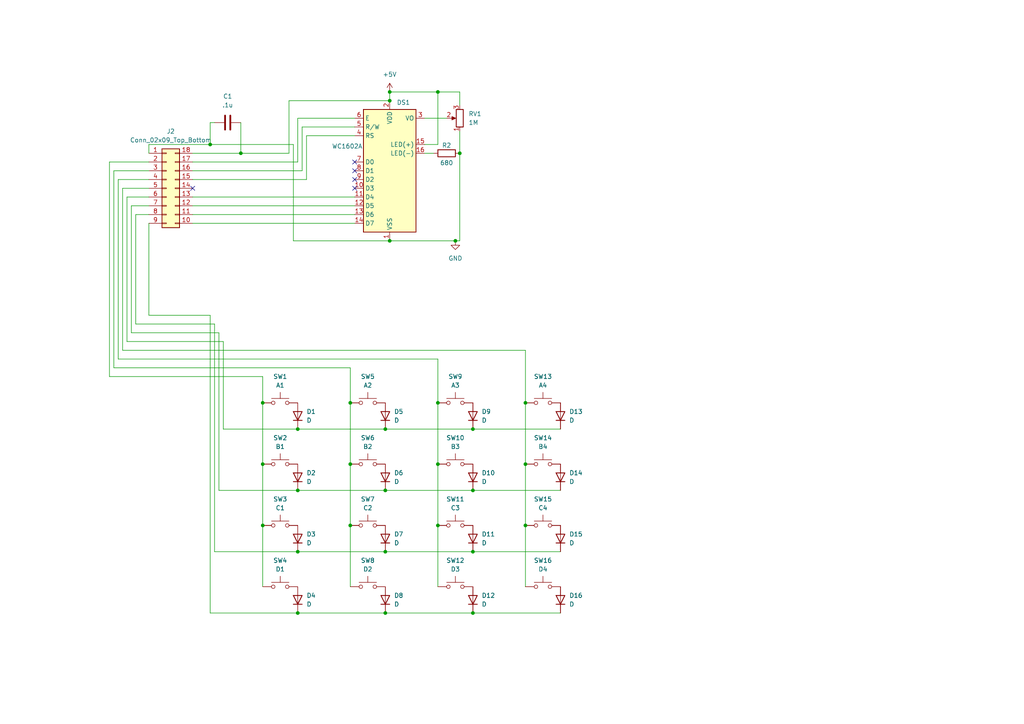
<source format=kicad_sch>
(kicad_sch (version 20250114) (generator "eeschema") (generator_version "9.0")
  (paper "A4")
  (lib_symbols
    (symbol "Connector_Generic:Conn_02x09_Counter_Clockwise" (pin_names (offset 1.016) (hide yes))
      (property "Reference" "J" (at 1.27 12.7 0))
      (property "Value" "Conn_02x09_Counter_Clockwise" (at 1.27 -12.7 0))
      (symbol "Conn_02x09_Counter_Clockwise_1_1"
        (rectangle (start -1.27 11.43) (end 3.81 -11.43) (stroke (width 0.254)) (fill (type background)))
        (rectangle (start -1.27 10.287) (end 0 10.033) (stroke (width 0.1524)))
        (rectangle (start -1.27 7.747) (end 0 7.493) (stroke (width 0.1524)))
        (rectangle (start -1.27 5.207) (end 0 4.953) (stroke (width 0.1524)))
        (rectangle (start -1.27 2.667) (end 0 2.413) (stroke (width 0.1524)))
        (rectangle (start -1.27 0.127) (end 0 -0.127) (stroke (width 0.1524)))
        (rectangle (start -1.27 -2.413) (end 0 -2.667) (stroke (width 0.1524)))
        (rectangle (start -1.27 -4.953) (end 0 -5.207) (stroke (width 0.1524)))
        (rectangle (start -1.27 -7.493) (end 0 -7.747) (stroke (width 0.1524)))
        (rectangle (start -1.27 -10.033) (end 0 -10.287) (stroke (width 0.1524)))
        (rectangle (start 3.81 10.287) (end 2.54 10.033) (stroke (width 0.1524)))
        (rectangle (start 3.81 7.747) (end 2.54 7.493) (stroke (width 0.1524)))
        (rectangle (start 3.81 5.207) (end 2.54 4.953) (stroke (width 0.1524)))
        (rectangle (start 3.81 2.667) (end 2.54 2.413) (stroke (width 0.1524)))
        (rectangle (start 3.81 0.127) (end 2.54 -0.127) (stroke (width 0.1524)))
        (rectangle (start 3.81 -2.413) (end 2.54 -2.667) (stroke (width 0.1524)))
        (rectangle (start 3.81 -4.953) (end 2.54 -5.207) (stroke (width 0.1524)))
        (rectangle (start 3.81 -7.493) (end 2.54 -7.747) (stroke (width 0.1524)))
        (rectangle (start 3.81 -10.033) (end 2.54 -10.287) (stroke (width 0.1524)))
        (pin passive line (at -5.08 10.16 0) (length 3.81) (name "Pin_1") (number "1"))
        (pin passive line (at -5.08 7.62 0) (length 3.81) (name "Pin_2") (number "2"))
        (pin passive line (at -5.08 5.08 0) (length 3.81) (name "Pin_3") (number "3"))
        (pin passive line (at -5.08 2.54 0) (length 3.81) (name "Pin_4") (number "4"))
        (pin passive line (at -5.08 0 0) (length 3.81) (name "Pin_5") (number "5"))
        (pin passive line (at -5.08 -2.54 0) (length 3.81) (name "Pin_6") (number "6"))
        (pin passive line (at -5.08 -5.08 0) (length 3.81) (name "Pin_7") (number "7"))
        (pin passive line (at -5.08 -7.62 0) (length 3.81) (name "Pin_8") (number "8"))
        (pin passive line (at -5.08 -10.16 0) (length 3.81) (name "Pin_9") (number "9"))
        (pin passive line (at 7.62 10.16 180) (length 3.81) (name "Pin_18") (number "18"))
        (pin passive line (at 7.62 7.62 180) (length 3.81) (name "Pin_17") (number "17"))
        (pin passive line (at 7.62 5.08 180) (length 3.81) (name "Pin_16") (number "16"))
        (pin passive line (at 7.62 2.54 180) (length 3.81) (name "Pin_15") (number "15"))
        (pin passive line (at 7.62 0 180) (length 3.81) (name "Pin_14") (number "14"))
        (pin passive line (at 7.62 -2.54 180) (length 3.81) (name "Pin_13") (number "13"))
        (pin passive line (at 7.62 -5.08 180) (length 3.81) (name "Pin_12") (number "12"))
        (pin passive line (at 7.62 -7.62 180) (length 3.81) (name "Pin_11") (number "11"))
        (pin passive line (at 7.62 -10.16 180) (length 3.81) (name "Pin_10") (number "10"))
      )
    )
    (symbol "Device:C" (pin_numbers (hide yes)) (pin_names (offset 0.254))
      (property "Reference" "C" (at 0.635 2.54 0))
      (property "Value" "C" (at 0.635 -2.54 0))
      (symbol "C_0_1"
        (polyline (pts (xy -2.032 0.762) (xy 2.032 0.762)) (stroke (width 0.508)))
        (polyline (pts (xy -2.032 -0.762) (xy 2.032 -0.762)) (stroke (width 0.508)))
      )
      (symbol "C_1_1"
        (pin passive line (at 0 3.81 270) (length 2.794) (name "~") (number "1"))
        (pin passive line (at 0 -3.81 90) (length 2.794) (name "~") (number "2"))
      )
    )
    (symbol "Device:D" (pin_numbers (hide yes)) (pin_names (offset 1.016) (hide yes))
      (property "Reference" "D" (at 0 2.54 0))
      (property "Value" "D" (at 0 -2.54 0))
      (symbol "D_0_1"
        (polyline (pts (xy -1.27 1.27) (xy -1.27 -1.27)) (stroke (width 0.254)))
        (polyline (pts (xy 1.27 1.27) (xy 1.27 -1.27) (xy -1.27 0) (xy 1.27 1.27)) (stroke (width 0.254)))
        (polyline (pts (xy 1.27 0) (xy -1.27 0)))
      )
      (symbol "D_1_1"
        (pin passive line (at -3.81 0 0) (length 2.54) (name "K") (number "1"))
        (pin passive line (at 3.81 0 180) (length 2.54) (name "A") (number "2"))
      )
    )
    (symbol "Device:R" (pin_numbers (hide yes)) (pin_names (offset 0))
      (property "Reference" "R" (at 2.032 0 90))
      (property "Value" "R" (at 0 0 90))
      (symbol "R_0_1"
        (rectangle (start -1.016 -2.54) (end 1.016 2.54) (stroke (width 0.254)))
      )
      (symbol "R_1_1"
        (pin passive line (at 0 3.81 270) (length 1.27) (name "~") (number "1"))
        (pin passive line (at 0 -3.81 90) (length 1.27) (name "~") (number "2"))
      )
    )
    (symbol "Device:R_Potentiometer" (pin_names (offset 1.016) (hide yes))
      (property "Reference" "RV" (at -4.445 0 90))
      (property "Value" "R_Potentiometer" (at -2.54 0 90))
      (symbol "R_Potentiometer_0_1"
        (rectangle (start 1.016 2.54) (end -1.016 -2.54) (stroke (width 0.254)))
        (polyline (pts (xy 1.143 0) (xy 2.286 0.508) (xy 2.286 -0.508) (xy 1.143 0)) (fill (type outline)))
        (polyline (pts (xy 2.54 0) (xy 1.524 0)))
      )
      (symbol "R_Potentiometer_1_1"
        (pin passive line (at 0 3.81 270) (length 1.27) (name "1") (number "1"))
        (pin passive line (at 0 -3.81 90) (length 1.27) (name "3") (number "3"))
        (pin passive line (at 3.81 0 180) (length 1.27) (name "2") (number "2"))
      )
    )
    (symbol "Display_Character:WC1602A"
      (property "Reference" "DS" (at -5.842 19.05 0))
      (property "Value" "WC1602A" (at 5.334 19.05 0))
      (symbol "WC1602A_1_1"
        (rectangle (start -7.62 17.78) (end 7.62 -17.78) (stroke (width 0.254)) (fill (type background)))
        (pin input line (at -10.16 15.24 0) (length 2.54) (name "E") (number "6"))
        (pin input line (at -10.16 12.7 0) (length 2.54) (name "R/W") (number "5"))
        (pin input line (at -10.16 10.16 0) (length 2.54) (name "RS") (number "4"))
        (pin input line (at -10.16 2.54 0) (length 2.54) (name "D0") (number "7"))
        (pin input line (at -10.16 0 0) (length 2.54) (name "D1") (number "8"))
        (pin input line (at -10.16 -2.54 0) (length 2.54) (name "D2") (number "9"))
        (pin input line (at -10.16 -5.08 0) (length 2.54) (name "D3") (number "10"))
        (pin input line (at -10.16 -7.62 0) (length 2.54) (name "D4") (number "11"))
        (pin input line (at -10.16 -10.16 0) (length 2.54) (name "D5") (number "12"))
        (pin input line (at -10.16 -12.7 0) (length 2.54) (name "D6") (number "13"))
        (pin input line (at -10.16 -15.24 0) (length 2.54) (name "D7") (number "14"))
        (pin power_in line (at 0 20.32 270) (length 2.54) (name "VDD") (number "2"))
        (pin power_in line (at 0 -20.32 90) (length 2.54) (name "VSS") (number "1"))
        (pin input line (at 10.16 15.24 180) (length 2.54) (name "VO") (number "3"))
        (pin power_in line (at 10.16 7.62 180) (length 2.54) (name "LED(+)") (number "15"))
        (pin power_in line (at 10.16 5.08 180) (length 2.54) (name "LED(-)") (number "16"))
      )
    )
    (symbol "Switch:SW_Push" (pin_numbers (hide yes)) (pin_names (offset 1.016) (hide yes))
      (property "Reference" "SW" (at 1.27 2.54 0))
      (property "Value" "SW_Push" (at 0 -1.524 0))
      (symbol "SW_Push_0_1"
        (circle (center -2.032 0) (radius 0.508))
        (polyline (pts (xy 0 1.27) (xy 0 3.048)))
        (circle (center 2.032 0) (radius 0.508))
        (polyline (pts (xy 2.54 1.27) (xy -2.54 1.27)))
        (pin passive line (at -5.08 0 0) (length 2.54) (name "1") (number "1"))
        (pin passive line (at 5.08 0 180) (length 2.54) (name "2") (number "2"))
      )
    )
    (symbol "power:+5V" (power) (pin_numbers (hide yes)) (pin_names (offset 0) (hide yes))
      (property "Value" "+5V" (at 0 3.556 0))
      (symbol "+5V_0_1"
        (polyline (pts (xy -0.762 1.27) (xy 0 2.54)))
        (polyline (pts (xy 0 2.54) (xy 0.762 1.27)))
        (polyline (pts (xy 0 0) (xy 0 2.54)))
      )
      (symbol "+5V_1_1"
        (pin power_in line (at 0 0 90) (length 0) (name "~") (number "1"))
      )
    )
    (symbol "power:GND" (power) (pin_numbers (hide yes)) (pin_names (offset 0) (hide yes))
      (property "Value" "GND" (at 0 -3.81 0))
      (symbol "GND_0_1"
        (polyline (pts (xy 0 0) (xy 0 -1.27) (xy 1.27 -1.27) (xy 0 -2.54) (xy -1.27 -1.27) (xy 0 -1.27)))
      )
      (symbol "GND_1_1"
        (pin power_in line (at 0 0 270) (length 0) (name "~") (number "1"))
      )
    )
  )
  (junction (at 133.35 44.45))
  (junction (at 127 116.84))
  (junction (at 152.4 152.4))
  (junction (at 60.96 41.91))
  (junction (at 137.16 177.8))
  (junction (at 127 26.67))
  (junction (at 101.6 134.62))
  (junction (at 86.36 124.46))
  (junction (at 86.36 142.24))
  (junction (at 111.76 160.02))
  (junction (at 152.4 116.84))
  (junction (at 86.36 160.02))
  (junction (at 86.36 177.8))
  (junction (at 132.08 69.85))
  (junction (at 76.2 116.84))
  (junction (at 101.6 116.84))
  (junction (at 101.6 152.4))
  (junction (at 111.76 142.24))
  (junction (at 152.4 134.62))
  (junction (at 137.16 124.46))
  (junction (at 127 152.4))
  (junction (at 137.16 160.02))
  (junction (at 76.2 134.62))
  (junction (at 113.03 69.85))
  (junction (at 113.03 29.21))
  (junction (at 76.2 152.4))
  (junction (at 127 134.62))
  (junction (at 137.16 142.24))
  (junction (at 111.76 177.8))
  (junction (at 113.03 26.67))
  (junction (at 111.76 124.46))
  (junction (at 69.85 44.45))
  (no_connect (at 102.87 49.53))
  (no_connect (at 102.87 54.61))
  (no_connect (at 102.87 52.07))
  (no_connect (at 102.87 46.99))
  (no_connect (at 55.88 54.61))
  (wire (pts (xy 102.87 36.83) (xy 87.63 36.83)))
  (wire (pts (xy 38.1 96.52) (xy 63.5 96.52)))
  (wire (pts (xy 33.02 49.53) (xy 43.18 49.53)))
  (wire (pts (xy 33.02 106.68) (xy 33.02 49.53)))
  (wire (pts (xy 64.77 124.46) (xy 86.36 124.46)))
  (wire (pts (xy 31.75 109.22) (xy 31.75 46.99)))
  (wire (pts (xy 35.56 54.61) (xy 43.18 54.61)))
  (wire (pts (xy 123.19 34.29) (xy 129.54 34.29)))
  (wire (pts (xy 101.6 116.84) (xy 101.6 134.62)))
  (wire (pts (xy 87.63 36.83) (xy 87.63 49.53)))
  (wire (pts (xy 86.36 142.24) (xy 63.5 142.24)))
  (wire (pts (xy 111.76 124.46) (xy 137.16 124.46)))
  (wire (pts (xy 60.96 35.56) (xy 60.96 41.91)))
  (wire (pts (xy 34.29 52.07) (xy 43.18 52.07)))
  (wire (pts (xy 36.83 57.15) (xy 43.18 57.15)))
  (wire (pts (xy 113.03 26.67) (xy 113.03 29.21)))
  (wire (pts (xy 76.2 116.84) (xy 76.2 134.62)))
  (wire (pts (xy 127 104.14) (xy 127 116.84)))
  (wire (pts (xy 55.88 44.45) (xy 69.85 44.45)))
  (wire (pts (xy 36.83 99.06) (xy 36.83 57.15)))
  (wire (pts (xy 86.36 177.8) (xy 60.96 177.8)))
  (wire (pts (xy 152.4 152.4) (xy 152.4 170.18)))
  (wire (pts (xy 133.35 26.67) (xy 127 26.67)))
  (wire (pts (xy 31.75 109.22) (xy 76.2 109.22)))
  (wire (pts (xy 64.77 124.46) (xy 64.77 99.06)))
  (wire (pts (xy 85.09 41.91) (xy 85.09 69.85)))
  (wire (pts (xy 60.96 41.91) (xy 85.09 41.91)))
  (wire (pts (xy 63.5 96.52) (xy 63.5 142.24)))
  (wire (pts (xy 127 116.84) (xy 127 134.62)))
  (wire (pts (xy 152.4 116.84) (xy 152.4 134.62)))
  (wire (pts (xy 55.88 64.77) (xy 102.87 64.77)))
  (wire (pts (xy 34.29 104.14) (xy 127 104.14)))
  (wire (pts (xy 137.16 160.02) (xy 111.76 160.02)))
  (wire (pts (xy 62.23 35.56) (xy 60.96 35.56)))
  (wire (pts (xy 152.4 101.6) (xy 152.4 116.84)))
  (wire (pts (xy 123.19 41.91) (xy 127 41.91)))
  (wire (pts (xy 127 134.62) (xy 127 152.4)))
  (wire (pts (xy 102.87 39.37) (xy 88.9 39.37)))
  (wire (pts (xy 34.29 104.14) (xy 34.29 52.07)))
  (wire (pts (xy 127 26.67) (xy 127 41.91)))
  (wire (pts (xy 43.18 41.91) (xy 43.18 44.45)))
  (wire (pts (xy 111.76 177.8) (xy 86.36 177.8)))
  (wire (pts (xy 137.16 142.24) (xy 111.76 142.24)))
  (wire (pts (xy 35.56 101.6) (xy 152.4 101.6)))
  (wire (pts (xy 55.88 59.69) (xy 102.87 59.69)))
  (wire (pts (xy 137.16 177.8) (xy 111.76 177.8)))
  (wire (pts (xy 137.16 124.46) (xy 162.56 124.46)))
  (wire (pts (xy 39.37 93.98) (xy 62.23 93.98)))
  (wire (pts (xy 33.02 106.68) (xy 101.6 106.68)))
  (wire (pts (xy 133.35 38.1) (xy 133.35 44.45)))
  (wire (pts (xy 127 26.67) (xy 113.03 26.67)))
  (wire (pts (xy 133.35 44.45) (xy 133.35 69.85)))
  (wire (pts (xy 86.36 34.29) (xy 102.87 34.29)))
  (wire (pts (xy 55.88 46.99) (xy 86.36 46.99)))
  (wire (pts (xy 162.56 177.8) (xy 137.16 177.8)))
  (wire (pts (xy 123.19 44.45) (xy 125.73 44.45)))
  (wire (pts (xy 76.2 134.62) (xy 76.2 152.4)))
  (wire (pts (xy 86.36 46.99) (xy 86.36 34.29)))
  (wire (pts (xy 38.1 59.69) (xy 43.18 59.69)))
  (wire (pts (xy 101.6 134.62) (xy 101.6 152.4)))
  (wire (pts (xy 87.63 49.53) (xy 55.88 49.53)))
  (wire (pts (xy 69.85 44.45) (xy 83.82 44.45)))
  (wire (pts (xy 60.96 91.44) (xy 60.96 177.8)))
  (wire (pts (xy 55.88 62.23) (xy 102.87 62.23)))
  (wire (pts (xy 101.6 116.84) (xy 101.6 106.68)))
  (wire (pts (xy 152.4 134.62) (xy 152.4 152.4)))
  (wire (pts (xy 31.75 46.99) (xy 43.18 46.99)))
  (wire (pts (xy 76.2 109.22) (xy 76.2 116.84)))
  (wire (pts (xy 38.1 96.52) (xy 38.1 59.69)))
  (wire (pts (xy 133.35 30.48) (xy 133.35 26.67)))
  (wire (pts (xy 132.08 69.85) (xy 113.03 69.85)))
  (wire (pts (xy 43.18 41.91) (xy 60.96 41.91)))
  (wire (pts (xy 127 152.4) (xy 127 170.18)))
  (wire (pts (xy 62.23 93.98) (xy 62.23 160.02)))
  (wire (pts (xy 101.6 152.4) (xy 101.6 170.18)))
  (wire (pts (xy 69.85 35.56) (xy 69.85 44.45)))
  (wire (pts (xy 43.18 64.77) (xy 43.18 91.44)))
  (wire (pts (xy 55.88 57.15) (xy 102.87 57.15)))
  (wire (pts (xy 162.56 160.02) (xy 137.16 160.02)))
  (wire (pts (xy 86.36 160.02) (xy 111.76 160.02)))
  (wire (pts (xy 35.56 101.6) (xy 35.56 54.61)))
  (wire (pts (xy 88.9 39.37) (xy 88.9 52.07)))
  (wire (pts (xy 76.2 152.4) (xy 76.2 170.18)))
  (wire (pts (xy 36.83 99.06) (xy 64.77 99.06)))
  (wire (pts (xy 88.9 52.07) (xy 55.88 52.07)))
  (wire (pts (xy 133.35 69.85) (xy 132.08 69.85)))
  (wire (pts (xy 86.36 124.46) (xy 111.76 124.46)))
  (wire (pts (xy 39.37 93.98) (xy 39.37 62.23)))
  (wire (pts (xy 111.76 142.24) (xy 86.36 142.24)))
  (wire (pts (xy 39.37 62.23) (xy 43.18 62.23)))
  (wire (pts (xy 86.36 160.02) (xy 62.23 160.02)))
  (wire (pts (xy 85.09 69.85) (xy 113.03 69.85)))
  (wire (pts (xy 83.82 44.45) (xy 83.82 29.21)))
  (wire (pts (xy 43.18 91.44) (xy 60.96 91.44)))
  (wire (pts (xy 162.56 142.24) (xy 137.16 142.24)))
  (wire (pts (xy 83.82 29.21) (xy 113.03 29.21)))
  (symbol (lib_id "Switch:SW_Push") (at 157.48 170.18 0) (unit 1)
    (property "Reference" "SW16" (at 157.48 162.56 0))
    (property "Value" "D4" (at 157.48 165.1 0))
    (property "Footprint" "Button_Switch_THT:SW_PUSH-12mm" (effects (hide yes)))
    (property "Description" "Push button switch, generic, two pins" (effects (hide yes)))
  )
  (symbol (lib_id "Switch:SW_Push") (at 132.08 116.84 0) (unit 1)
    (property "Reference" "SW9" (at 132.08 109.22 0))
    (property "Value" "A3" (at 132.08 111.76 0))
    (property "Footprint" "Button_Switch_THT:SW_PUSH-12mm" (effects (hide yes)))
    (property "Description" "Push button switch, generic, two pins" (effects (hide yes)))
  )
  (symbol (lib_id "Device:D") (at 86.36 173.99 90) (unit 1)
    (property "Reference" "D4" (at 88.9 172.7199 90) (effects (justify right)))
    (property "Value" "D" (at 88.9 175.2599 90) (effects (justify right)))
    (property "Footprint" "Diode_THT:D_DO-35_SOD27_P7.62mm_Horizontal" (effects (hide yes)))
    (property "Description" "Diode" (effects (hide yes)))
    (property "Sim.Device" "D" (effects (hide yes)))
    (property "Sim.Pins" "1=K 2=A" (effects (hide yes)))
  )
  (symbol (lib_id "Switch:SW_Push") (at 81.28 116.84 0) (unit 1)
    (property "Reference" "SW1" (at 81.28 109.22 0))
    (property "Value" "A1" (at 81.28 111.76 0))
    (property "Footprint" "Button_Switch_THT:SW_PUSH-12mm" (effects (hide yes)))
    (property "Description" "Push button switch, generic, two pins" (effects (hide yes)))
  )
  (symbol (lib_id "Switch:SW_Push") (at 106.68 116.84 0) (unit 1)
    (property "Reference" "SW5" (at 106.68 109.22 0))
    (property "Value" "A2" (at 106.68 111.76 0))
    (property "Footprint" "Button_Switch_THT:SW_PUSH-12mm" (effects (hide yes)))
    (property "Description" "Push button switch, generic, two pins" (effects (hide yes)))
  )
  (symbol (lib_id "Device:D") (at 111.76 173.99 90) (unit 1)
    (property "Reference" "D8" (at 114.3 172.7199 90) (effects (justify right)))
    (property "Value" "D" (at 114.3 175.2599 90) (effects (justify right)))
    (property "Footprint" "Diode_THT:D_DO-35_SOD27_P7.62mm_Horizontal" (effects (hide yes)))
    (property "Description" "Diode" (effects (hide yes)))
    (property "Sim.Device" "D" (effects (hide yes)))
    (property "Sim.Pins" "1=K 2=A" (effects (hide yes)))
  )
  (symbol (lib_id "Switch:SW_Push") (at 81.28 134.62 0) (unit 1)
    (property "Reference" "SW2" (at 81.28 127 0))
    (property "Value" "B1" (at 81.28 129.54 0))
    (property "Footprint" "Button_Switch_THT:SW_PUSH-12mm" (effects (hide yes)))
    (property "Description" "Push button switch, generic, two pins" (effects (hide yes)))
  )
  (symbol (lib_id "Device:D") (at 111.76 138.43 90) (unit 1)
    (property "Reference" "D6" (at 114.3 137.1599 90) (effects (justify right)))
    (property "Value" "D" (at 114.3 139.6999 90) (effects (justify right)))
    (property "Footprint" "Diode_THT:D_DO-35_SOD27_P7.62mm_Horizontal" (effects (hide yes)))
    (property "Description" "Diode" (effects (hide yes)))
    (property "Sim.Device" "D" (effects (hide yes)))
    (property "Sim.Pins" "1=K 2=A" (effects (hide yes)))
  )
  (symbol (lib_id "Switch:SW_Push") (at 157.48 152.4 0) (unit 1)
    (property "Reference" "SW15" (at 157.48 144.78 0))
    (property "Value" "C4" (at 157.48 147.32 0))
    (property "Footprint" "Button_Switch_THT:SW_PUSH-12mm" (effects (hide yes)))
    (property "Description" "Push button switch, generic, two pins" (effects (hide yes)))
  )
  (symbol (lib_id "Device:D") (at 137.16 138.43 90) (unit 1)
    (property "Reference" "D10" (at 139.7 137.1599 90) (effects (justify right)))
    (property "Value" "D" (at 139.7 139.6999 90) (effects (justify right)))
    (property "Footprint" "Diode_THT:D_DO-35_SOD27_P7.62mm_Horizontal" (effects (hide yes)))
    (property "Description" "Diode" (effects (hide yes)))
    (property "Sim.Device" "D" (effects (hide yes)))
    (property "Sim.Pins" "1=K 2=A" (effects (hide yes)))
  )
  (symbol (lib_id "Device:D") (at 137.16 156.21 90) (unit 1)
    (property "Reference" "D11" (at 139.7 154.9399 90) (effects (justify right)))
    (property "Value" "D" (at 139.7 157.4799 90) (effects (justify right)))
    (property "Footprint" "Diode_THT:D_DO-35_SOD27_P7.62mm_Horizontal" (effects (hide yes)))
    (property "Description" "Diode" (effects (hide yes)))
    (property "Sim.Device" "D" (effects (hide yes)))
    (property "Sim.Pins" "1=K 2=A" (effects (hide yes)))
  )
  (symbol (lib_id "Switch:SW_Push") (at 132.08 170.18 0) (unit 1)
    (property "Reference" "SW12" (at 132.08 162.56 0))
    (property "Value" "D3" (at 132.08 165.1 0))
    (property "Footprint" "Button_Switch_THT:SW_PUSH-12mm" (effects (hide yes)))
    (property "Description" "Push button switch, generic, two pins" (effects (hide yes)))
  )
  (symbol (lib_id "Display_Character:WC1602A") (at 113.03 49.53 0) (unit 1)
    (property "Reference" "DS1" (at 115.062 29.718 0) (effects (justify left)))
    (property "Value" "WC1602A" (at 96.266 42.418 0) (effects (justify left)))
    (property "Footprint" "Display:WC1602A" (effects (hide yes)))
    (property "Datasheet" "http://www.wincomlcd.com/pdf/WC1602A-SFYLYHTC06.pdf" (effects (hide yes)))
    (property "Description" "LCD 16x2 Alphanumeric , 8 bit parallel bus, 5V VDD" (effects (hide yes)))
  )
  (symbol (lib_id "Device:R") (at 129.54 44.45 270) (unit 1)
    (property "Reference" "R2" (at 129.54 42.164 90))
    (property "Value" "680" (at 129.54 47.244 90))
    (property "Footprint" "Resistor_THT:R_Axial_DIN0207_L6.3mm_D2.5mm_P10.16mm_Horizontal" (effects (hide yes)))
    (property "Description" "Resistor" (effects (hide yes)))
  )
  (symbol (lib_id "Switch:SW_Push") (at 157.48 134.62 0) (unit 1)
    (property "Reference" "SW14" (at 157.48 127 0))
    (property "Value" "B4" (at 157.48 129.54 0))
    (property "Footprint" "Button_Switch_THT:SW_PUSH-12mm" (effects (hide yes)))
    (property "Description" "Push button switch, generic, two pins" (effects (hide yes)))
  )
  (symbol (lib_id "Switch:SW_Push") (at 132.08 134.62 0) (unit 1)
    (property "Reference" "SW10" (at 132.08 127 0))
    (property "Value" "B3" (at 132.08 129.54 0))
    (property "Footprint" "Button_Switch_THT:SW_PUSH-12mm" (effects (hide yes)))
    (property "Description" "Push button switch, generic, two pins" (effects (hide yes)))
  )
  (symbol (lib_id "Switch:SW_Push") (at 81.28 152.4 0) (unit 1)
    (property "Reference" "SW3" (at 81.28 144.78 0))
    (property "Value" "C1" (at 81.28 147.32 0))
    (property "Footprint" "Button_Switch_THT:SW_PUSH-12mm" (effects (hide yes)))
    (property "Description" "Push button switch, generic, two pins" (effects (hide yes)))
  )
  (symbol (lib_id "Device:D") (at 137.16 120.65 90) (unit 1)
    (property "Reference" "D9" (at 139.7 119.3799 90) (effects (justify right)))
    (property "Value" "D" (at 139.7 121.9199 90) (effects (justify right)))
    (property "Footprint" "Diode_THT:D_DO-35_SOD27_P7.62mm_Horizontal" (effects (hide yes)))
    (property "Description" "Diode" (effects (hide yes)))
    (property "Sim.Device" "D" (effects (hide yes)))
    (property "Sim.Pins" "1=K 2=A" (effects (hide yes)))
  )
  (symbol (lib_id "power:+5V") (at 113.03 26.67 0) (unit 1)
    (property "Reference" "#PWR019" (effects (hide yes)))
    (property "Value" "+5V" (at 113.03 21.59 0))
    (property "Description" "Power symbol creates a global label with name \"+5V\"" (effects (hide yes)))
  )
  (symbol (lib_id "Device:D") (at 162.56 138.43 90) (unit 1)
    (property "Reference" "D14" (at 165.1 137.1599 90) (effects (justify right)))
    (property "Value" "D" (at 165.1 139.6999 90) (effects (justify right)))
    (property "Footprint" "Diode_THT:D_DO-35_SOD27_P7.62mm_Horizontal" (effects (hide yes)))
    (property "Description" "Diode" (effects (hide yes)))
    (property "Sim.Device" "D" (effects (hide yes)))
    (property "Sim.Pins" "1=K 2=A" (effects (hide yes)))
  )
  (symbol (lib_id "Device:D") (at 162.56 120.65 90) (unit 1)
    (property "Reference" "D13" (at 165.1 119.3799 90) (effects (justify right)))
    (property "Value" "D" (at 165.1 121.9199 90) (effects (justify right)))
    (property "Footprint" "Diode_THT:D_DO-35_SOD27_P7.62mm_Horizontal" (effects (hide yes)))
    (property "Description" "Diode" (effects (hide yes)))
    (property "Sim.Device" "D" (effects (hide yes)))
    (property "Sim.Pins" "1=K 2=A" (effects (hide yes)))
  )
  (symbol (lib_id "Device:D") (at 86.36 120.65 90) (unit 1)
    (property "Reference" "D1" (at 88.9 119.3799 90) (effects (justify right)))
    (property "Value" "D" (at 88.9 121.9199 90) (effects (justify right)))
    (property "Footprint" "Diode_THT:D_DO-35_SOD27_P7.62mm_Horizontal" (effects (hide yes)))
    (property "Description" "Diode" (effects (hide yes)))
    (property "Sim.Device" "D" (effects (hide yes)))
    (property "Sim.Pins" "1=K 2=A" (effects (hide yes)))
  )
  (symbol (lib_id "Switch:SW_Push") (at 157.48 116.84 0) (unit 1)
    (property "Reference" "SW13" (at 157.48 109.22 0))
    (property "Value" "A4" (at 157.48 111.76 0))
    (property "Footprint" "Button_Switch_THT:SW_PUSH-12mm" (effects (hide yes)))
    (property "Description" "Push button switch, generic, two pins" (effects (hide yes)))
  )
  (symbol (lib_id "Device:D") (at 86.36 138.43 90) (unit 1)
    (property "Reference" "D2" (at 88.9 137.1599 90) (effects (justify right)))
    (property "Value" "D" (at 88.9 139.6999 90) (effects (justify right)))
    (property "Footprint" "Diode_THT:D_DO-35_SOD27_P7.62mm_Horizontal" (effects (hide yes)))
    (property "Description" "Diode" (effects (hide yes)))
    (property "Sim.Device" "D" (effects (hide yes)))
    (property "Sim.Pins" "1=K 2=A" (effects (hide yes)))
  )
  (symbol (lib_id "Device:D") (at 111.76 156.21 90) (unit 1)
    (property "Reference" "D7" (at 114.3 154.9399 90) (effects (justify right)))
    (property "Value" "D" (at 114.3 157.4799 90) (effects (justify right)))
    (property "Footprint" "Diode_THT:D_DO-35_SOD27_P7.62mm_Horizontal" (effects (hide yes)))
    (property "Description" "Diode" (effects (hide yes)))
    (property "Sim.Device" "D" (effects (hide yes)))
    (property "Sim.Pins" "1=K 2=A" (effects (hide yes)))
  )
  (symbol (lib_id "Device:D") (at 162.56 173.99 90) (unit 1)
    (property "Reference" "D16" (at 165.1 172.7199 90) (effects (justify right)))
    (property "Value" "D" (at 165.1 175.2599 90) (effects (justify right)))
    (property "Footprint" "Diode_THT:D_DO-35_SOD27_P7.62mm_Horizontal" (effects (hide yes)))
    (property "Description" "Diode" (effects (hide yes)))
    (property "Sim.Device" "D" (effects (hide yes)))
    (property "Sim.Pins" "1=K 2=A" (effects (hide yes)))
  )
  (symbol (lib_id "Device:D") (at 86.36 156.21 90) (unit 1)
    (property "Reference" "D3" (at 88.9 154.9399 90) (effects (justify right)))
    (property "Value" "D" (at 88.9 157.4799 90) (effects (justify right)))
    (property "Footprint" "Diode_THT:D_DO-35_SOD27_P7.62mm_Horizontal" (effects (hide yes)))
    (property "Description" "Diode" (effects (hide yes)))
    (property "Sim.Device" "D" (effects (hide yes)))
    (property "Sim.Pins" "1=K 2=A" (effects (hide yes)))
  )
  (symbol (lib_id "Switch:SW_Push") (at 81.28 170.18 0) (unit 1)
    (property "Reference" "SW4" (at 81.28 162.56 0))
    (property "Value" "D1" (at 81.28 165.1 0))
    (property "Footprint" "Button_Switch_THT:SW_PUSH-12mm" (effects (hide yes)))
    (property "Description" "Push button switch, generic, two pins" (effects (hide yes)))
  )
  (symbol (lib_id "Device:C") (at 66.04 35.56 90) (unit 1)
    (property "Reference" "C1" (at 66.04 27.94 90))
    (property "Value" ".1u" (at 66.04 30.48 90))
    (property "Footprint" "Capacitor_THT:C_Disc_D5.1mm_W3.2mm_P5.00mm" (effects (hide yes)))
    (property "Description" "Unpolarized capacitor" (effects (hide yes)))
  )
  (symbol (lib_id "power:GND") (at 132.08 69.85 0) (unit 1)
    (property "Reference" "#PWR020" (effects (hide yes)))
    (property "Value" "GND" (at 132.08 74.93 0))
    (property "Description" "Power symbol creates a global label with name \"GND\" , ground" (effects (hide yes)))
  )
  (symbol (lib_id "Device:D") (at 111.76 120.65 90) (unit 1)
    (property "Reference" "D5" (at 114.3 119.3799 90) (effects (justify right)))
    (property "Value" "D" (at 114.3 121.9199 90) (effects (justify right)))
    (property "Footprint" "Diode_THT:D_DO-35_SOD27_P7.62mm_Horizontal" (effects (hide yes)))
    (property "Description" "Diode" (effects (hide yes)))
    (property "Sim.Device" "D" (effects (hide yes)))
    (property "Sim.Pins" "1=K 2=A" (effects (hide yes)))
  )
  (symbol (lib_id "Device:D") (at 162.56 156.21 90) (unit 1)
    (property "Reference" "D15" (at 165.1 154.9399 90) (effects (justify right)))
    (property "Value" "D" (at 165.1 157.4799 90) (effects (justify right)))
    (property "Footprint" "Diode_THT:D_DO-35_SOD27_P7.62mm_Horizontal" (effects (hide yes)))
    (property "Description" "Diode" (effects (hide yes)))
    (property "Sim.Device" "D" (effects (hide yes)))
    (property "Sim.Pins" "1=K 2=A" (effects (hide yes)))
  )
  (symbol (lib_id "Switch:SW_Push") (at 132.08 152.4 0) (unit 1)
    (property "Reference" "SW11" (at 132.08 144.78 0))
    (property "Value" "C3" (at 132.08 147.32 0))
    (property "Footprint" "Button_Switch_THT:SW_PUSH-12mm" (effects (hide yes)))
    (property "Description" "Push button switch, generic, two pins" (effects (hide yes)))
  )
  (symbol (lib_id "Device:D") (at 137.16 173.99 90) (unit 1)
    (property "Reference" "D12" (at 139.7 172.7199 90) (effects (justify right)))
    (property "Value" "D" (at 139.7 175.2599 90) (effects (justify right)))
    (property "Footprint" "Diode_THT:D_DO-35_SOD27_P7.62mm_Horizontal" (effects (hide yes)))
    (property "Description" "Diode" (effects (hide yes)))
    (property "Sim.Device" "D" (effects (hide yes)))
    (property "Sim.Pins" "1=K 2=A" (effects (hide yes)))
  )
  (symbol (lib_id "Switch:SW_Push") (at 106.68 152.4 0) (unit 1)
    (property "Reference" "SW7" (at 106.68 144.78 0))
    (property "Value" "C2" (at 106.68 147.32 0))
    (property "Footprint" "Button_Switch_THT:SW_PUSH-12mm" (effects (hide yes)))
    (property "Description" "Push button switch, generic, two pins" (effects (hide yes)))
  )
  (symbol (lib_id "Connector_Generic:Conn_02x09_Counter_Clockwise") (at 48.26 54.61 0) (unit 1)
    (property "Reference" "J2" (at 49.53 38.1 0))
    (property "Value" "Conn_02x09_Top_Bottom" (at 49.53 40.64 0))
    (property "Footprint" "Connector_PinSocket_2.54mm:PinSocket_2x09_P2.54mm_Vertical" (effects (hide yes)))
    (property "Description" "Generic connector, double row, 02x09, counter clockwise pin numbering scheme (similar to DIP package numbering), script generated (kicad-library-utils/schlib/autogen/connector/)" (effects (hide yes)))
  )
  (symbol (lib_id "Switch:SW_Push") (at 106.68 170.18 0) (unit 1)
    (property "Reference" "SW8" (at 106.68 162.56 0))
    (property "Value" "D2" (at 106.68 165.1 0))
    (property "Footprint" "Button_Switch_THT:SW_PUSH-12mm" (effects (hide yes)))
    (property "Description" "Push button switch, generic, two pins" (effects (hide yes)))
  )
  (symbol (lib_id "Switch:SW_Push") (at 106.68 134.62 0) (unit 1)
    (property "Reference" "SW6" (at 106.68 127 0))
    (property "Value" "B2" (at 106.68 129.54 0))
    (property "Footprint" "Button_Switch_THT:SW_PUSH-12mm" (effects (hide yes)))
    (property "Description" "Push button switch, generic, two pins" (effects (hide yes)))
  )
  (symbol (lib_id "Device:R_Potentiometer") (at 133.35 34.29 180) (unit 1)
    (property "Reference" "RV1" (at 135.89 33.0199 0) (effects (justify right)))
    (property "Value" "1M" (at 135.89 35.5599 0) (effects (justify right)))
    (property "Footprint" "Potentiometer_THT:Potentiometer_ACP_CA9-V10_Vertical_Hole" (effects (hide yes)))
    (property "Description" "Potentiometer" (effects (hide yes)))
  )
)
</source>
